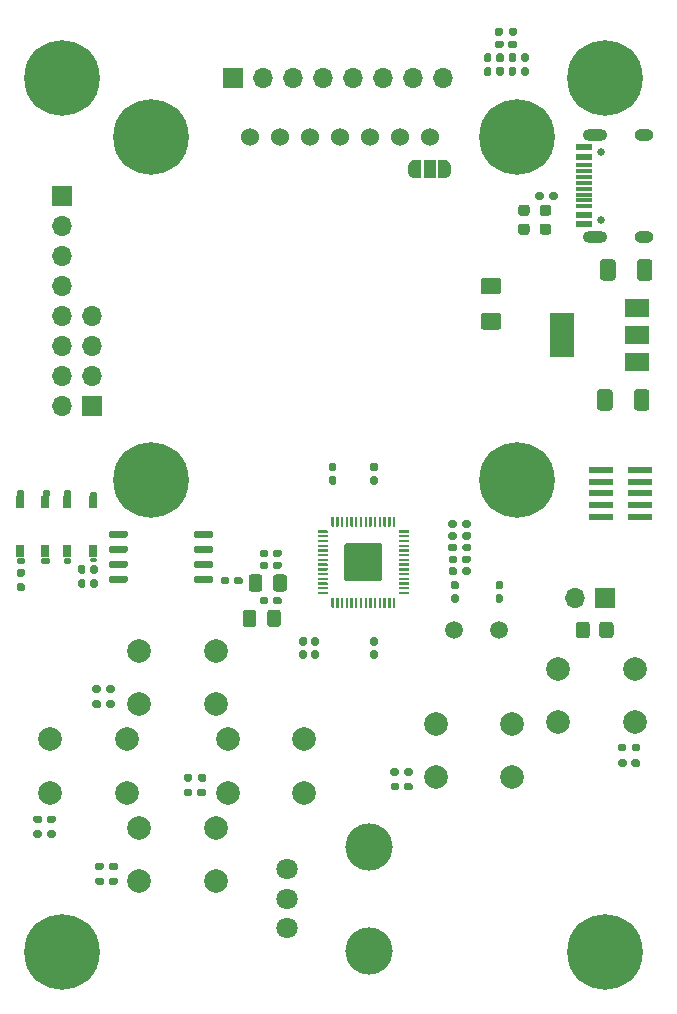
<source format=gbs>
G04 #@! TF.GenerationSoftware,KiCad,Pcbnew,5.1.9+dfsg1-1*
G04 #@! TF.CreationDate,2022-06-11T21:35:15-07:00*
G04 #@! TF.ProjectId,keygame,6b657967-616d-4652-9e6b-696361645f70,rev?*
G04 #@! TF.SameCoordinates,Original*
G04 #@! TF.FileFunction,Soldermask,Bot*
G04 #@! TF.FilePolarity,Negative*
%FSLAX46Y46*%
G04 Gerber Fmt 4.6, Leading zero omitted, Abs format (unit mm)*
G04 Created by KiCad (PCBNEW 5.1.9+dfsg1-1) date 2022-06-11 21:35:15*
%MOMM*%
%LPD*%
G01*
G04 APERTURE LIST*
%ADD10R,0.650000X1.050000*%
%ADD11C,0.800000*%
%ADD12C,6.400000*%
%ADD13R,1.700000X1.700000*%
%ADD14O,1.700000X1.700000*%
%ADD15C,2.000000*%
%ADD16C,1.524000*%
%ADD17C,1.800000*%
%ADD18C,4.000000*%
%ADD19R,2.000000X0.500000*%
%ADD20C,0.100000*%
%ADD21R,1.000000X1.500000*%
%ADD22R,2.000000X3.800000*%
%ADD23R,2.000000X1.500000*%
%ADD24C,1.500000*%
%ADD25O,1.600000X1.000000*%
%ADD26C,0.650000*%
%ADD27O,2.100000X1.000000*%
%ADD28R,1.450000X0.300000*%
%ADD29R,1.450000X0.600000*%
%ADD30C,0.254000*%
G04 APERTURE END LIST*
D10*
X138425000Y-56925000D03*
X138425000Y-61075000D03*
X140575000Y-56925000D03*
X140575000Y-61075000D03*
X134425000Y-56925000D03*
X134425000Y-61075000D03*
X136575000Y-56925000D03*
X136575000Y-61075000D03*
D11*
X139697056Y-19302944D03*
X138000000Y-18600000D03*
X136302944Y-19302944D03*
X135600000Y-21000000D03*
X136302944Y-22697056D03*
X138000000Y-23400000D03*
X139697056Y-22697056D03*
X140400000Y-21000000D03*
D12*
X138000000Y-21000000D03*
X184000000Y-21000000D03*
D11*
X186400000Y-21000000D03*
X185697056Y-22697056D03*
X184000000Y-23400000D03*
X182302944Y-22697056D03*
X181600000Y-21000000D03*
X182302944Y-19302944D03*
X184000000Y-18600000D03*
X185697056Y-19302944D03*
X139697056Y-93302944D03*
X138000000Y-92600000D03*
X136302944Y-93302944D03*
X135600000Y-95000000D03*
X136302944Y-96697056D03*
X138000000Y-97400000D03*
X139697056Y-96697056D03*
X140400000Y-95000000D03*
D12*
X138000000Y-95000000D03*
X184000000Y-95000000D03*
D11*
X186400000Y-95000000D03*
X185697056Y-96697056D03*
X184000000Y-97400000D03*
X182302944Y-96697056D03*
X181600000Y-95000000D03*
X182302944Y-93302944D03*
X184000000Y-92600000D03*
X185697056Y-93302944D03*
D12*
X176500000Y-26000000D03*
D11*
X178900000Y-26000000D03*
X178197056Y-27697056D03*
X176500000Y-28400000D03*
X174802944Y-27697056D03*
X174100000Y-26000000D03*
X174802944Y-24302944D03*
X176500000Y-23600000D03*
X178197056Y-24302944D03*
X147197056Y-53302944D03*
X145500000Y-52600000D03*
X143802944Y-53302944D03*
X143100000Y-55000000D03*
X143802944Y-56697056D03*
X145500000Y-57400000D03*
X147197056Y-56697056D03*
X147900000Y-55000000D03*
D12*
X145500000Y-55000000D03*
X176500000Y-55000000D03*
D11*
X178900000Y-55000000D03*
X178197056Y-56697056D03*
X176500000Y-57400000D03*
X174802944Y-56697056D03*
X174100000Y-55000000D03*
X174802944Y-53302944D03*
X176500000Y-52600000D03*
X178197056Y-53302944D03*
D13*
X184000000Y-65000000D03*
D14*
X181460000Y-65000000D03*
D15*
X152000000Y-81500000D03*
X152000000Y-77000000D03*
X158500000Y-81500000D03*
X158500000Y-77000000D03*
X143500000Y-77000000D03*
X143500000Y-81500000D03*
X137000000Y-77000000D03*
X137000000Y-81500000D03*
X169625001Y-80175001D03*
X169625001Y-75675001D03*
X176125001Y-80175001D03*
X176125001Y-75675001D03*
X186500000Y-71000000D03*
X186500000Y-75500000D03*
X180000000Y-71000000D03*
X180000000Y-75500000D03*
X151000000Y-84500000D03*
X151000000Y-89000000D03*
X144500000Y-84500000D03*
X144500000Y-89000000D03*
X144500000Y-74000000D03*
X144500000Y-69500000D03*
X151000000Y-74000000D03*
X151000000Y-69500000D03*
D16*
X161500000Y-26000000D03*
X158960000Y-26000000D03*
X164040000Y-26000000D03*
X156420000Y-26000000D03*
X166580000Y-26000000D03*
X153880000Y-26000000D03*
X169120000Y-26000000D03*
D13*
X152500000Y-21000000D03*
D14*
X155040000Y-21000000D03*
X157580000Y-21000000D03*
X160120000Y-21000000D03*
X162660000Y-21000000D03*
X165200000Y-21000000D03*
X167740000Y-21000000D03*
X170280000Y-21000000D03*
D17*
X157000000Y-88000000D03*
X157000000Y-90500000D03*
X157000000Y-93000000D03*
D18*
X164000000Y-86100000D03*
X164000000Y-94900000D03*
D12*
X145500000Y-26000000D03*
D11*
X147900000Y-26000000D03*
X147197056Y-27697056D03*
X145500000Y-28400000D03*
X143802944Y-27697056D03*
X143100000Y-26000000D03*
X143802944Y-24302944D03*
X145500000Y-23600000D03*
X147197056Y-24302944D03*
D13*
X138000000Y-31000000D03*
D14*
X138000000Y-33540000D03*
X138000000Y-36080000D03*
X138000000Y-38620000D03*
X138000000Y-41160000D03*
X138000000Y-43700000D03*
X138000000Y-46240000D03*
X138000000Y-48780000D03*
G36*
G01*
X142685000Y-88845000D02*
X142685000Y-89155000D01*
G75*
G02*
X142530000Y-89310000I-155000J0D01*
G01*
X142105000Y-89310000D01*
G75*
G02*
X141950000Y-89155000I0J155000D01*
G01*
X141950000Y-88845000D01*
G75*
G02*
X142105000Y-88690000I155000J0D01*
G01*
X142530000Y-88690000D01*
G75*
G02*
X142685000Y-88845000I0J-155000D01*
G01*
G37*
G36*
G01*
X141550000Y-88845000D02*
X141550000Y-89155000D01*
G75*
G02*
X141395000Y-89310000I-155000J0D01*
G01*
X140970000Y-89310000D01*
G75*
G02*
X140815000Y-89155000I0J155000D01*
G01*
X140815000Y-88845000D01*
G75*
G02*
X140970000Y-88690000I155000J0D01*
G01*
X141395000Y-88690000D01*
G75*
G02*
X141550000Y-88845000I0J-155000D01*
G01*
G37*
G36*
G01*
X136700000Y-83905000D02*
X136700000Y-83595000D01*
G75*
G02*
X136855000Y-83440000I155000J0D01*
G01*
X137280000Y-83440000D01*
G75*
G02*
X137435000Y-83595000I0J-155000D01*
G01*
X137435000Y-83905000D01*
G75*
G02*
X137280000Y-84060000I-155000J0D01*
G01*
X136855000Y-84060000D01*
G75*
G02*
X136700000Y-83905000I0J155000D01*
G01*
G37*
G36*
G01*
X135565000Y-83905000D02*
X135565000Y-83595000D01*
G75*
G02*
X135720000Y-83440000I155000J0D01*
G01*
X136145000Y-83440000D01*
G75*
G02*
X136300000Y-83595000I0J-155000D01*
G01*
X136300000Y-83905000D01*
G75*
G02*
X136145000Y-84060000I-155000J0D01*
G01*
X135720000Y-84060000D01*
G75*
G02*
X135565000Y-83905000I0J155000D01*
G01*
G37*
G36*
G01*
X150160000Y-81345000D02*
X150160000Y-81655000D01*
G75*
G02*
X150005000Y-81810000I-155000J0D01*
G01*
X149580000Y-81810000D01*
G75*
G02*
X149425000Y-81655000I0J155000D01*
G01*
X149425000Y-81345000D01*
G75*
G02*
X149580000Y-81190000I155000J0D01*
G01*
X150005000Y-81190000D01*
G75*
G02*
X150160000Y-81345000I0J-155000D01*
G01*
G37*
G36*
G01*
X149025000Y-81345000D02*
X149025000Y-81655000D01*
G75*
G02*
X148870000Y-81810000I-155000J0D01*
G01*
X148445000Y-81810000D01*
G75*
G02*
X148290000Y-81655000I0J155000D01*
G01*
X148290000Y-81345000D01*
G75*
G02*
X148445000Y-81190000I155000J0D01*
G01*
X148870000Y-81190000D01*
G75*
G02*
X149025000Y-81345000I0J-155000D01*
G01*
G37*
G36*
G01*
X142435000Y-73845000D02*
X142435000Y-74155000D01*
G75*
G02*
X142280000Y-74310000I-155000J0D01*
G01*
X141855000Y-74310000D01*
G75*
G02*
X141700000Y-74155000I0J155000D01*
G01*
X141700000Y-73845000D01*
G75*
G02*
X141855000Y-73690000I155000J0D01*
G01*
X142280000Y-73690000D01*
G75*
G02*
X142435000Y-73845000I0J-155000D01*
G01*
G37*
G36*
G01*
X141300000Y-73845000D02*
X141300000Y-74155000D01*
G75*
G02*
X141145000Y-74310000I-155000J0D01*
G01*
X140720000Y-74310000D01*
G75*
G02*
X140565000Y-74155000I0J155000D01*
G01*
X140565000Y-73845000D01*
G75*
G02*
X140720000Y-73690000I155000J0D01*
G01*
X141145000Y-73690000D01*
G75*
G02*
X141300000Y-73845000I0J-155000D01*
G01*
G37*
G36*
G01*
X185800000Y-78845000D02*
X185800000Y-79155000D01*
G75*
G02*
X185645000Y-79310000I-155000J0D01*
G01*
X185220000Y-79310000D01*
G75*
G02*
X185065000Y-79155000I0J155000D01*
G01*
X185065000Y-78845000D01*
G75*
G02*
X185220000Y-78690000I155000J0D01*
G01*
X185645000Y-78690000D01*
G75*
G02*
X185800000Y-78845000I0J-155000D01*
G01*
G37*
G36*
G01*
X186935000Y-78845000D02*
X186935000Y-79155000D01*
G75*
G02*
X186780000Y-79310000I-155000J0D01*
G01*
X186355000Y-79310000D01*
G75*
G02*
X186200000Y-79155000I0J155000D01*
G01*
X186200000Y-78845000D01*
G75*
G02*
X186355000Y-78690000I155000J0D01*
G01*
X186780000Y-78690000D01*
G75*
G02*
X186935000Y-78845000I0J-155000D01*
G01*
G37*
G36*
G01*
X167685000Y-80845000D02*
X167685000Y-81155000D01*
G75*
G02*
X167530000Y-81310000I-155000J0D01*
G01*
X167105000Y-81310000D01*
G75*
G02*
X166950000Y-81155000I0J155000D01*
G01*
X166950000Y-80845000D01*
G75*
G02*
X167105000Y-80690000I155000J0D01*
G01*
X167530000Y-80690000D01*
G75*
G02*
X167685000Y-80845000I0J-155000D01*
G01*
G37*
G36*
G01*
X166550000Y-80845000D02*
X166550000Y-81155000D01*
G75*
G02*
X166395000Y-81310000I-155000J0D01*
G01*
X165970000Y-81310000D01*
G75*
G02*
X165815000Y-81155000I0J155000D01*
G01*
X165815000Y-80845000D01*
G75*
G02*
X165970000Y-80690000I155000J0D01*
G01*
X166395000Y-80690000D01*
G75*
G02*
X166550000Y-80845000I0J-155000D01*
G01*
G37*
G36*
G01*
X155450000Y-61095000D02*
X155450000Y-61405000D01*
G75*
G02*
X155295000Y-61560000I-155000J0D01*
G01*
X154870000Y-61560000D01*
G75*
G02*
X154715000Y-61405000I0J155000D01*
G01*
X154715000Y-61095000D01*
G75*
G02*
X154870000Y-60940000I155000J0D01*
G01*
X155295000Y-60940000D01*
G75*
G02*
X155450000Y-61095000I0J-155000D01*
G01*
G37*
G36*
G01*
X156585000Y-61095000D02*
X156585000Y-61405000D01*
G75*
G02*
X156430000Y-61560000I-155000J0D01*
G01*
X156005000Y-61560000D01*
G75*
G02*
X155850000Y-61405000I0J155000D01*
G01*
X155850000Y-61095000D01*
G75*
G02*
X156005000Y-60940000I155000J0D01*
G01*
X156430000Y-60940000D01*
G75*
G02*
X156585000Y-61095000I0J-155000D01*
G01*
G37*
G36*
G01*
X170715000Y-62905000D02*
X170715000Y-62595000D01*
G75*
G02*
X170870000Y-62440000I155000J0D01*
G01*
X171295000Y-62440000D01*
G75*
G02*
X171450000Y-62595000I0J-155000D01*
G01*
X171450000Y-62905000D01*
G75*
G02*
X171295000Y-63060000I-155000J0D01*
G01*
X170870000Y-63060000D01*
G75*
G02*
X170715000Y-62905000I0J155000D01*
G01*
G37*
G36*
G01*
X171850000Y-62905000D02*
X171850000Y-62595000D01*
G75*
G02*
X172005000Y-62440000I155000J0D01*
G01*
X172430000Y-62440000D01*
G75*
G02*
X172585000Y-62595000I0J-155000D01*
G01*
X172585000Y-62905000D01*
G75*
G02*
X172430000Y-63060000I-155000J0D01*
G01*
X172005000Y-63060000D01*
G75*
G02*
X171850000Y-62905000I0J155000D01*
G01*
G37*
G36*
G01*
X157025000Y-63275000D02*
X157025000Y-64225000D01*
G75*
G02*
X156775000Y-64475000I-250000J0D01*
G01*
X156100000Y-64475000D01*
G75*
G02*
X155850000Y-64225000I0J250000D01*
G01*
X155850000Y-63275000D01*
G75*
G02*
X156100000Y-63025000I250000J0D01*
G01*
X156775000Y-63025000D01*
G75*
G02*
X157025000Y-63275000I0J-250000D01*
G01*
G37*
G36*
G01*
X154950000Y-63275000D02*
X154950000Y-64225000D01*
G75*
G02*
X154700000Y-64475000I-250000J0D01*
G01*
X154025000Y-64475000D01*
G75*
G02*
X153775000Y-64225000I0J250000D01*
G01*
X153775000Y-63275000D01*
G75*
G02*
X154025000Y-63025000I250000J0D01*
G01*
X154700000Y-63025000D01*
G75*
G02*
X154950000Y-63275000I0J-250000D01*
G01*
G37*
G36*
G01*
X154450000Y-66275000D02*
X154450000Y-67225000D01*
G75*
G02*
X154200000Y-67475000I-250000J0D01*
G01*
X153525000Y-67475000D01*
G75*
G02*
X153275000Y-67225000I0J250000D01*
G01*
X153275000Y-66275000D01*
G75*
G02*
X153525000Y-66025000I250000J0D01*
G01*
X154200000Y-66025000D01*
G75*
G02*
X154450000Y-66275000I0J-250000D01*
G01*
G37*
G36*
G01*
X156525000Y-66275000D02*
X156525000Y-67225000D01*
G75*
G02*
X156275000Y-67475000I-250000J0D01*
G01*
X155600000Y-67475000D01*
G75*
G02*
X155350000Y-67225000I0J250000D01*
G01*
X155350000Y-66275000D01*
G75*
G02*
X155600000Y-66025000I250000J0D01*
G01*
X156275000Y-66025000D01*
G75*
G02*
X156525000Y-66275000I0J-250000D01*
G01*
G37*
G36*
G01*
X156585000Y-62095000D02*
X156585000Y-62405000D01*
G75*
G02*
X156430000Y-62560000I-155000J0D01*
G01*
X156005000Y-62560000D01*
G75*
G02*
X155850000Y-62405000I0J155000D01*
G01*
X155850000Y-62095000D01*
G75*
G02*
X156005000Y-61940000I155000J0D01*
G01*
X156430000Y-61940000D01*
G75*
G02*
X156585000Y-62095000I0J-155000D01*
G01*
G37*
G36*
G01*
X155450000Y-62095000D02*
X155450000Y-62405000D01*
G75*
G02*
X155295000Y-62560000I-155000J0D01*
G01*
X154870000Y-62560000D01*
G75*
G02*
X154715000Y-62405000I0J155000D01*
G01*
X154715000Y-62095000D01*
G75*
G02*
X154870000Y-61940000I155000J0D01*
G01*
X155295000Y-61940000D01*
G75*
G02*
X155450000Y-62095000I0J-155000D01*
G01*
G37*
G36*
G01*
X171850000Y-61905000D02*
X171850000Y-61595000D01*
G75*
G02*
X172005000Y-61440000I155000J0D01*
G01*
X172430000Y-61440000D01*
G75*
G02*
X172585000Y-61595000I0J-155000D01*
G01*
X172585000Y-61905000D01*
G75*
G02*
X172430000Y-62060000I-155000J0D01*
G01*
X172005000Y-62060000D01*
G75*
G02*
X171850000Y-61905000I0J155000D01*
G01*
G37*
G36*
G01*
X170715000Y-61905000D02*
X170715000Y-61595000D01*
G75*
G02*
X170870000Y-61440000I155000J0D01*
G01*
X171295000Y-61440000D01*
G75*
G02*
X171450000Y-61595000I0J-155000D01*
G01*
X171450000Y-61905000D01*
G75*
G02*
X171295000Y-62060000I-155000J0D01*
G01*
X170870000Y-62060000D01*
G75*
G02*
X170715000Y-61905000I0J155000D01*
G01*
G37*
G36*
G01*
X164555000Y-55435000D02*
X164245000Y-55435000D01*
G75*
G02*
X164090000Y-55280000I0J155000D01*
G01*
X164090000Y-54855000D01*
G75*
G02*
X164245000Y-54700000I155000J0D01*
G01*
X164555000Y-54700000D01*
G75*
G02*
X164710000Y-54855000I0J-155000D01*
G01*
X164710000Y-55280000D01*
G75*
G02*
X164555000Y-55435000I-155000J0D01*
G01*
G37*
G36*
G01*
X164555000Y-54300000D02*
X164245000Y-54300000D01*
G75*
G02*
X164090000Y-54145000I0J155000D01*
G01*
X164090000Y-53720000D01*
G75*
G02*
X164245000Y-53565000I155000J0D01*
G01*
X164555000Y-53565000D01*
G75*
G02*
X164710000Y-53720000I0J-155000D01*
G01*
X164710000Y-54145000D01*
G75*
G02*
X164555000Y-54300000I-155000J0D01*
G01*
G37*
G36*
G01*
X161055000Y-54300000D02*
X160745000Y-54300000D01*
G75*
G02*
X160590000Y-54145000I0J155000D01*
G01*
X160590000Y-53720000D01*
G75*
G02*
X160745000Y-53565000I155000J0D01*
G01*
X161055000Y-53565000D01*
G75*
G02*
X161210000Y-53720000I0J-155000D01*
G01*
X161210000Y-54145000D01*
G75*
G02*
X161055000Y-54300000I-155000J0D01*
G01*
G37*
G36*
G01*
X161055000Y-55435000D02*
X160745000Y-55435000D01*
G75*
G02*
X160590000Y-55280000I0J155000D01*
G01*
X160590000Y-54855000D01*
G75*
G02*
X160745000Y-54700000I155000J0D01*
G01*
X161055000Y-54700000D01*
G75*
G02*
X161210000Y-54855000I0J-155000D01*
G01*
X161210000Y-55280000D01*
G75*
G02*
X161055000Y-55435000I-155000J0D01*
G01*
G37*
G36*
G01*
X159245000Y-69450000D02*
X159555000Y-69450000D01*
G75*
G02*
X159710000Y-69605000I0J-155000D01*
G01*
X159710000Y-70030000D01*
G75*
G02*
X159555000Y-70185000I-155000J0D01*
G01*
X159245000Y-70185000D01*
G75*
G02*
X159090000Y-70030000I0J155000D01*
G01*
X159090000Y-69605000D01*
G75*
G02*
X159245000Y-69450000I155000J0D01*
G01*
G37*
G36*
G01*
X159245000Y-68315000D02*
X159555000Y-68315000D01*
G75*
G02*
X159710000Y-68470000I0J-155000D01*
G01*
X159710000Y-68895000D01*
G75*
G02*
X159555000Y-69050000I-155000J0D01*
G01*
X159245000Y-69050000D01*
G75*
G02*
X159090000Y-68895000I0J155000D01*
G01*
X159090000Y-68470000D01*
G75*
G02*
X159245000Y-68315000I155000J0D01*
G01*
G37*
G36*
G01*
X158245000Y-68315000D02*
X158555000Y-68315000D01*
G75*
G02*
X158710000Y-68470000I0J-155000D01*
G01*
X158710000Y-68895000D01*
G75*
G02*
X158555000Y-69050000I-155000J0D01*
G01*
X158245000Y-69050000D01*
G75*
G02*
X158090000Y-68895000I0J155000D01*
G01*
X158090000Y-68470000D01*
G75*
G02*
X158245000Y-68315000I155000J0D01*
G01*
G37*
G36*
G01*
X158245000Y-69450000D02*
X158555000Y-69450000D01*
G75*
G02*
X158710000Y-69605000I0J-155000D01*
G01*
X158710000Y-70030000D01*
G75*
G02*
X158555000Y-70185000I-155000J0D01*
G01*
X158245000Y-70185000D01*
G75*
G02*
X158090000Y-70030000I0J155000D01*
G01*
X158090000Y-69605000D01*
G75*
G02*
X158245000Y-69450000I155000J0D01*
G01*
G37*
G36*
G01*
X155450000Y-65095000D02*
X155450000Y-65405000D01*
G75*
G02*
X155295000Y-65560000I-155000J0D01*
G01*
X154870000Y-65560000D01*
G75*
G02*
X154715000Y-65405000I0J155000D01*
G01*
X154715000Y-65095000D01*
G75*
G02*
X154870000Y-64940000I155000J0D01*
G01*
X155295000Y-64940000D01*
G75*
G02*
X155450000Y-65095000I0J-155000D01*
G01*
G37*
G36*
G01*
X156585000Y-65095000D02*
X156585000Y-65405000D01*
G75*
G02*
X156430000Y-65560000I-155000J0D01*
G01*
X156005000Y-65560000D01*
G75*
G02*
X155850000Y-65405000I0J155000D01*
G01*
X155850000Y-65095000D01*
G75*
G02*
X156005000Y-64940000I155000J0D01*
G01*
X156430000Y-64940000D01*
G75*
G02*
X156585000Y-65095000I0J-155000D01*
G01*
G37*
G36*
G01*
X164245000Y-68315000D02*
X164555000Y-68315000D01*
G75*
G02*
X164710000Y-68470000I0J-155000D01*
G01*
X164710000Y-68895000D01*
G75*
G02*
X164555000Y-69050000I-155000J0D01*
G01*
X164245000Y-69050000D01*
G75*
G02*
X164090000Y-68895000I0J155000D01*
G01*
X164090000Y-68470000D01*
G75*
G02*
X164245000Y-68315000I155000J0D01*
G01*
G37*
G36*
G01*
X164245000Y-69450000D02*
X164555000Y-69450000D01*
G75*
G02*
X164710000Y-69605000I0J-155000D01*
G01*
X164710000Y-70030000D01*
G75*
G02*
X164555000Y-70185000I-155000J0D01*
G01*
X164245000Y-70185000D01*
G75*
G02*
X164090000Y-70030000I0J155000D01*
G01*
X164090000Y-69605000D01*
G75*
G02*
X164245000Y-69450000I155000J0D01*
G01*
G37*
G36*
G01*
X152550000Y-63705000D02*
X152550000Y-63395000D01*
G75*
G02*
X152705000Y-63240000I155000J0D01*
G01*
X153130000Y-63240000D01*
G75*
G02*
X153285000Y-63395000I0J-155000D01*
G01*
X153285000Y-63705000D01*
G75*
G02*
X153130000Y-63860000I-155000J0D01*
G01*
X152705000Y-63860000D01*
G75*
G02*
X152550000Y-63705000I0J155000D01*
G01*
G37*
G36*
G01*
X151415000Y-63705000D02*
X151415000Y-63395000D01*
G75*
G02*
X151570000Y-63240000I155000J0D01*
G01*
X151995000Y-63240000D01*
G75*
G02*
X152150000Y-63395000I0J-155000D01*
G01*
X152150000Y-63705000D01*
G75*
G02*
X151995000Y-63860000I-155000J0D01*
G01*
X151570000Y-63860000D01*
G75*
G02*
X151415000Y-63705000I0J155000D01*
G01*
G37*
D13*
X140540000Y-48780000D03*
D14*
X140540000Y-46240000D03*
X140540000Y-43700000D03*
X140540000Y-41160000D03*
D19*
X183650000Y-58170000D03*
X186950000Y-58170000D03*
X183650000Y-57170000D03*
X186950000Y-57170000D03*
X183650000Y-56170000D03*
X186950000Y-56170000D03*
X183650000Y-55170000D03*
X186950000Y-55170000D03*
X183650000Y-54170000D03*
X186950000Y-54170000D03*
D20*
G36*
X170400000Y-27950602D02*
G01*
X170424534Y-27950602D01*
X170473365Y-27955412D01*
X170521490Y-27964984D01*
X170568445Y-27979228D01*
X170613778Y-27998005D01*
X170657051Y-28021136D01*
X170697850Y-28048396D01*
X170735779Y-28079524D01*
X170770476Y-28114221D01*
X170801604Y-28152150D01*
X170828864Y-28192949D01*
X170851995Y-28236222D01*
X170870772Y-28281555D01*
X170885016Y-28328510D01*
X170894588Y-28376635D01*
X170899398Y-28425466D01*
X170899398Y-28450000D01*
X170900000Y-28450000D01*
X170900000Y-28950000D01*
X170899398Y-28950000D01*
X170899398Y-28974534D01*
X170894588Y-29023365D01*
X170885016Y-29071490D01*
X170870772Y-29118445D01*
X170851995Y-29163778D01*
X170828864Y-29207051D01*
X170801604Y-29247850D01*
X170770476Y-29285779D01*
X170735779Y-29320476D01*
X170697850Y-29351604D01*
X170657051Y-29378864D01*
X170613778Y-29401995D01*
X170568445Y-29420772D01*
X170521490Y-29435016D01*
X170473365Y-29444588D01*
X170424534Y-29449398D01*
X170400000Y-29449398D01*
X170400000Y-29450000D01*
X169850000Y-29450000D01*
X169850000Y-27950000D01*
X170400000Y-27950000D01*
X170400000Y-27950602D01*
G37*
D21*
X169100000Y-28700000D03*
D20*
G36*
X168350000Y-29450000D02*
G01*
X167800000Y-29450000D01*
X167800000Y-29449398D01*
X167775466Y-29449398D01*
X167726635Y-29444588D01*
X167678510Y-29435016D01*
X167631555Y-29420772D01*
X167586222Y-29401995D01*
X167542949Y-29378864D01*
X167502150Y-29351604D01*
X167464221Y-29320476D01*
X167429524Y-29285779D01*
X167398396Y-29247850D01*
X167371136Y-29207051D01*
X167348005Y-29163778D01*
X167329228Y-29118445D01*
X167314984Y-29071490D01*
X167305412Y-29023365D01*
X167300602Y-28974534D01*
X167300602Y-28950000D01*
X167300000Y-28950000D01*
X167300000Y-28450000D01*
X167300602Y-28450000D01*
X167300602Y-28425466D01*
X167305412Y-28376635D01*
X167314984Y-28328510D01*
X167329228Y-28281555D01*
X167348005Y-28236222D01*
X167371136Y-28192949D01*
X167398396Y-28152150D01*
X167429524Y-28114221D01*
X167464221Y-28079524D01*
X167502150Y-28048396D01*
X167542949Y-28021136D01*
X167586222Y-27998005D01*
X167631555Y-27979228D01*
X167678510Y-27964984D01*
X167726635Y-27955412D01*
X167775466Y-27950602D01*
X167800000Y-27950602D01*
X167800000Y-27950000D01*
X168350000Y-27950000D01*
X168350000Y-29450000D01*
G37*
G36*
G01*
X181480000Y-68180001D02*
X181480000Y-67279999D01*
G75*
G02*
X181729999Y-67030000I249999J0D01*
G01*
X182430001Y-67030000D01*
G75*
G02*
X182680000Y-67279999I0J-249999D01*
G01*
X182680000Y-68180001D01*
G75*
G02*
X182430001Y-68430000I-249999J0D01*
G01*
X181729999Y-68430000D01*
G75*
G02*
X181480000Y-68180001I0J249999D01*
G01*
G37*
G36*
G01*
X183480000Y-68180001D02*
X183480000Y-67279999D01*
G75*
G02*
X183729999Y-67030000I249999J0D01*
G01*
X184430001Y-67030000D01*
G75*
G02*
X184680000Y-67279999I0J-249999D01*
G01*
X184680000Y-68180001D01*
G75*
G02*
X184430001Y-68430000I-249999J0D01*
G01*
X183729999Y-68430000D01*
G75*
G02*
X183480000Y-68180001I0J249999D01*
G01*
G37*
G36*
G01*
X142455000Y-72590000D02*
X142455000Y-72910000D01*
G75*
G02*
X142295000Y-73070000I-160000J0D01*
G01*
X141900000Y-73070000D01*
G75*
G02*
X141740000Y-72910000I0J160000D01*
G01*
X141740000Y-72590000D01*
G75*
G02*
X141900000Y-72430000I160000J0D01*
G01*
X142295000Y-72430000D01*
G75*
G02*
X142455000Y-72590000I0J-160000D01*
G01*
G37*
G36*
G01*
X141260000Y-72590000D02*
X141260000Y-72910000D01*
G75*
G02*
X141100000Y-73070000I-160000J0D01*
G01*
X140705000Y-73070000D01*
G75*
G02*
X140545000Y-72910000I0J160000D01*
G01*
X140545000Y-72590000D01*
G75*
G02*
X140705000Y-72430000I160000J0D01*
G01*
X141100000Y-72430000D01*
G75*
G02*
X141260000Y-72590000I0J-160000D01*
G01*
G37*
G36*
G01*
X142705000Y-87590000D02*
X142705000Y-87910000D01*
G75*
G02*
X142545000Y-88070000I-160000J0D01*
G01*
X142150000Y-88070000D01*
G75*
G02*
X141990000Y-87910000I0J160000D01*
G01*
X141990000Y-87590000D01*
G75*
G02*
X142150000Y-87430000I160000J0D01*
G01*
X142545000Y-87430000D01*
G75*
G02*
X142705000Y-87590000I0J-160000D01*
G01*
G37*
G36*
G01*
X141510000Y-87590000D02*
X141510000Y-87910000D01*
G75*
G02*
X141350000Y-88070000I-160000J0D01*
G01*
X140955000Y-88070000D01*
G75*
G02*
X140795000Y-87910000I0J160000D01*
G01*
X140795000Y-87590000D01*
G75*
G02*
X140955000Y-87430000I160000J0D01*
G01*
X141350000Y-87430000D01*
G75*
G02*
X141510000Y-87590000I0J-160000D01*
G01*
G37*
G36*
G01*
X135545000Y-85160000D02*
X135545000Y-84840000D01*
G75*
G02*
X135705000Y-84680000I160000J0D01*
G01*
X136100000Y-84680000D01*
G75*
G02*
X136260000Y-84840000I0J-160000D01*
G01*
X136260000Y-85160000D01*
G75*
G02*
X136100000Y-85320000I-160000J0D01*
G01*
X135705000Y-85320000D01*
G75*
G02*
X135545000Y-85160000I0J160000D01*
G01*
G37*
G36*
G01*
X136740000Y-85160000D02*
X136740000Y-84840000D01*
G75*
G02*
X136900000Y-84680000I160000J0D01*
G01*
X137295000Y-84680000D01*
G75*
G02*
X137455000Y-84840000I0J-160000D01*
G01*
X137455000Y-85160000D01*
G75*
G02*
X137295000Y-85320000I-160000J0D01*
G01*
X136900000Y-85320000D01*
G75*
G02*
X136740000Y-85160000I0J160000D01*
G01*
G37*
G36*
G01*
X150205000Y-80090000D02*
X150205000Y-80410000D01*
G75*
G02*
X150045000Y-80570000I-160000J0D01*
G01*
X149650000Y-80570000D01*
G75*
G02*
X149490000Y-80410000I0J160000D01*
G01*
X149490000Y-80090000D01*
G75*
G02*
X149650000Y-79930000I160000J0D01*
G01*
X150045000Y-79930000D01*
G75*
G02*
X150205000Y-80090000I0J-160000D01*
G01*
G37*
G36*
G01*
X149010000Y-80090000D02*
X149010000Y-80410000D01*
G75*
G02*
X148850000Y-80570000I-160000J0D01*
G01*
X148455000Y-80570000D01*
G75*
G02*
X148295000Y-80410000I0J160000D01*
G01*
X148295000Y-80090000D01*
G75*
G02*
X148455000Y-79930000I160000J0D01*
G01*
X148850000Y-79930000D01*
G75*
G02*
X149010000Y-80090000I0J-160000D01*
G01*
G37*
G36*
G01*
X185760000Y-77510000D02*
X185760000Y-77830000D01*
G75*
G02*
X185600000Y-77990000I-160000J0D01*
G01*
X185205000Y-77990000D01*
G75*
G02*
X185045000Y-77830000I0J160000D01*
G01*
X185045000Y-77510000D01*
G75*
G02*
X185205000Y-77350000I160000J0D01*
G01*
X185600000Y-77350000D01*
G75*
G02*
X185760000Y-77510000I0J-160000D01*
G01*
G37*
G36*
G01*
X186955000Y-77510000D02*
X186955000Y-77830000D01*
G75*
G02*
X186795000Y-77990000I-160000J0D01*
G01*
X186400000Y-77990000D01*
G75*
G02*
X186240000Y-77830000I0J160000D01*
G01*
X186240000Y-77510000D01*
G75*
G02*
X186400000Y-77350000I160000J0D01*
G01*
X186795000Y-77350000D01*
G75*
G02*
X186955000Y-77510000I0J-160000D01*
G01*
G37*
G36*
G01*
X167680000Y-79590000D02*
X167680000Y-79910000D01*
G75*
G02*
X167520000Y-80070000I-160000J0D01*
G01*
X167125000Y-80070000D01*
G75*
G02*
X166965000Y-79910000I0J160000D01*
G01*
X166965000Y-79590000D01*
G75*
G02*
X167125000Y-79430000I160000J0D01*
G01*
X167520000Y-79430000D01*
G75*
G02*
X167680000Y-79590000I0J-160000D01*
G01*
G37*
G36*
G01*
X166485000Y-79590000D02*
X166485000Y-79910000D01*
G75*
G02*
X166325000Y-80070000I-160000J0D01*
G01*
X165930000Y-80070000D01*
G75*
G02*
X165770000Y-79910000I0J160000D01*
G01*
X165770000Y-79590000D01*
G75*
G02*
X165930000Y-79430000I160000J0D01*
G01*
X166325000Y-79430000D01*
G75*
G02*
X166485000Y-79590000I0J-160000D01*
G01*
G37*
G36*
G01*
X134660000Y-64455000D02*
X134340000Y-64455000D01*
G75*
G02*
X134180000Y-64295000I0J160000D01*
G01*
X134180000Y-63900000D01*
G75*
G02*
X134340000Y-63740000I160000J0D01*
G01*
X134660000Y-63740000D01*
G75*
G02*
X134820000Y-63900000I0J-160000D01*
G01*
X134820000Y-64295000D01*
G75*
G02*
X134660000Y-64455000I-160000J0D01*
G01*
G37*
G36*
G01*
X134660000Y-63260000D02*
X134340000Y-63260000D01*
G75*
G02*
X134180000Y-63100000I0J160000D01*
G01*
X134180000Y-62705000D01*
G75*
G02*
X134340000Y-62545000I160000J0D01*
G01*
X134660000Y-62545000D01*
G75*
G02*
X134820000Y-62705000I0J-160000D01*
G01*
X134820000Y-63100000D01*
G75*
G02*
X134660000Y-63260000I-160000J0D01*
G01*
G37*
G36*
G01*
X140860000Y-62960000D02*
X140540000Y-62960000D01*
G75*
G02*
X140380000Y-62800000I0J160000D01*
G01*
X140380000Y-62405000D01*
G75*
G02*
X140540000Y-62245000I160000J0D01*
G01*
X140860000Y-62245000D01*
G75*
G02*
X141020000Y-62405000I0J-160000D01*
G01*
X141020000Y-62800000D01*
G75*
G02*
X140860000Y-62960000I-160000J0D01*
G01*
G37*
G36*
G01*
X140860000Y-64155000D02*
X140540000Y-64155000D01*
G75*
G02*
X140380000Y-63995000I0J160000D01*
G01*
X140380000Y-63600000D01*
G75*
G02*
X140540000Y-63440000I160000J0D01*
G01*
X140860000Y-63440000D01*
G75*
G02*
X141020000Y-63600000I0J-160000D01*
G01*
X141020000Y-63995000D01*
G75*
G02*
X140860000Y-64155000I-160000J0D01*
G01*
G37*
G36*
G01*
X171410000Y-60590000D02*
X171410000Y-60910000D01*
G75*
G02*
X171250000Y-61070000I-160000J0D01*
G01*
X170855000Y-61070000D01*
G75*
G02*
X170695000Y-60910000I0J160000D01*
G01*
X170695000Y-60590000D01*
G75*
G02*
X170855000Y-60430000I160000J0D01*
G01*
X171250000Y-60430000D01*
G75*
G02*
X171410000Y-60590000I0J-160000D01*
G01*
G37*
G36*
G01*
X172605000Y-60590000D02*
X172605000Y-60910000D01*
G75*
G02*
X172445000Y-61070000I-160000J0D01*
G01*
X172050000Y-61070000D01*
G75*
G02*
X171890000Y-60910000I0J160000D01*
G01*
X171890000Y-60590000D01*
G75*
G02*
X172050000Y-60430000I160000J0D01*
G01*
X172445000Y-60430000D01*
G75*
G02*
X172605000Y-60590000I0J-160000D01*
G01*
G37*
G36*
G01*
X171410000Y-58590000D02*
X171410000Y-58910000D01*
G75*
G02*
X171250000Y-59070000I-160000J0D01*
G01*
X170855000Y-59070000D01*
G75*
G02*
X170695000Y-58910000I0J160000D01*
G01*
X170695000Y-58590000D01*
G75*
G02*
X170855000Y-58430000I160000J0D01*
G01*
X171250000Y-58430000D01*
G75*
G02*
X171410000Y-58590000I0J-160000D01*
G01*
G37*
G36*
G01*
X172605000Y-58590000D02*
X172605000Y-58910000D01*
G75*
G02*
X172445000Y-59070000I-160000J0D01*
G01*
X172050000Y-59070000D01*
G75*
G02*
X171890000Y-58910000I0J160000D01*
G01*
X171890000Y-58590000D01*
G75*
G02*
X172050000Y-58430000I160000J0D01*
G01*
X172445000Y-58430000D01*
G75*
G02*
X172605000Y-58590000I0J-160000D01*
G01*
G37*
G36*
G01*
X171410000Y-59590000D02*
X171410000Y-59910000D01*
G75*
G02*
X171250000Y-60070000I-160000J0D01*
G01*
X170855000Y-60070000D01*
G75*
G02*
X170695000Y-59910000I0J160000D01*
G01*
X170695000Y-59590000D01*
G75*
G02*
X170855000Y-59430000I160000J0D01*
G01*
X171250000Y-59430000D01*
G75*
G02*
X171410000Y-59590000I0J-160000D01*
G01*
G37*
G36*
G01*
X172605000Y-59590000D02*
X172605000Y-59910000D01*
G75*
G02*
X172445000Y-60070000I-160000J0D01*
G01*
X172050000Y-60070000D01*
G75*
G02*
X171890000Y-59910000I0J160000D01*
G01*
X171890000Y-59590000D01*
G75*
G02*
X172050000Y-59430000I160000J0D01*
G01*
X172445000Y-59430000D01*
G75*
G02*
X172605000Y-59590000I0J-160000D01*
G01*
G37*
G36*
G01*
X179955000Y-30840000D02*
X179955000Y-31160000D01*
G75*
G02*
X179795000Y-31320000I-160000J0D01*
G01*
X179400000Y-31320000D01*
G75*
G02*
X179240000Y-31160000I0J160000D01*
G01*
X179240000Y-30840000D01*
G75*
G02*
X179400000Y-30680000I160000J0D01*
G01*
X179795000Y-30680000D01*
G75*
G02*
X179955000Y-30840000I0J-160000D01*
G01*
G37*
G36*
G01*
X178760000Y-30840000D02*
X178760000Y-31160000D01*
G75*
G02*
X178600000Y-31320000I-160000J0D01*
G01*
X178205000Y-31320000D01*
G75*
G02*
X178045000Y-31160000I0J160000D01*
G01*
X178045000Y-30840000D01*
G75*
G02*
X178205000Y-30680000I160000J0D01*
G01*
X178600000Y-30680000D01*
G75*
G02*
X178760000Y-30840000I0J-160000D01*
G01*
G37*
G36*
G01*
X139490000Y-63440000D02*
X139810000Y-63440000D01*
G75*
G02*
X139970000Y-63600000I0J-160000D01*
G01*
X139970000Y-63995000D01*
G75*
G02*
X139810000Y-64155000I-160000J0D01*
G01*
X139490000Y-64155000D01*
G75*
G02*
X139330000Y-63995000I0J160000D01*
G01*
X139330000Y-63600000D01*
G75*
G02*
X139490000Y-63440000I160000J0D01*
G01*
G37*
G36*
G01*
X139490000Y-62245000D02*
X139810000Y-62245000D01*
G75*
G02*
X139970000Y-62405000I0J-160000D01*
G01*
X139970000Y-62800000D01*
G75*
G02*
X139810000Y-62960000I-160000J0D01*
G01*
X139490000Y-62960000D01*
G75*
G02*
X139330000Y-62800000I0J160000D01*
G01*
X139330000Y-62405000D01*
G75*
G02*
X139490000Y-62245000I160000J0D01*
G01*
G37*
G36*
G01*
X162044000Y-60400000D02*
X164956000Y-60400000D01*
G75*
G02*
X165100000Y-60544000I0J-144000D01*
G01*
X165100000Y-63456000D01*
G75*
G02*
X164956000Y-63600000I-144000J0D01*
G01*
X162044000Y-63600000D01*
G75*
G02*
X161900000Y-63456000I0J144000D01*
G01*
X161900000Y-60544000D01*
G75*
G02*
X162044000Y-60400000I144000J0D01*
G01*
G37*
G36*
G01*
X160850000Y-58125000D02*
X160950000Y-58125000D01*
G75*
G02*
X161000000Y-58175000I0J-50000D01*
G01*
X161000000Y-58950000D01*
G75*
G02*
X160950000Y-59000000I-50000J0D01*
G01*
X160850000Y-59000000D01*
G75*
G02*
X160800000Y-58950000I0J50000D01*
G01*
X160800000Y-58175000D01*
G75*
G02*
X160850000Y-58125000I50000J0D01*
G01*
G37*
G36*
G01*
X161250000Y-58125000D02*
X161350000Y-58125000D01*
G75*
G02*
X161400000Y-58175000I0J-50000D01*
G01*
X161400000Y-58950000D01*
G75*
G02*
X161350000Y-59000000I-50000J0D01*
G01*
X161250000Y-59000000D01*
G75*
G02*
X161200000Y-58950000I0J50000D01*
G01*
X161200000Y-58175000D01*
G75*
G02*
X161250000Y-58125000I50000J0D01*
G01*
G37*
G36*
G01*
X161650000Y-58125000D02*
X161750000Y-58125000D01*
G75*
G02*
X161800000Y-58175000I0J-50000D01*
G01*
X161800000Y-58950000D01*
G75*
G02*
X161750000Y-59000000I-50000J0D01*
G01*
X161650000Y-59000000D01*
G75*
G02*
X161600000Y-58950000I0J50000D01*
G01*
X161600000Y-58175000D01*
G75*
G02*
X161650000Y-58125000I50000J0D01*
G01*
G37*
G36*
G01*
X162050000Y-58125000D02*
X162150000Y-58125000D01*
G75*
G02*
X162200000Y-58175000I0J-50000D01*
G01*
X162200000Y-58950000D01*
G75*
G02*
X162150000Y-59000000I-50000J0D01*
G01*
X162050000Y-59000000D01*
G75*
G02*
X162000000Y-58950000I0J50000D01*
G01*
X162000000Y-58175000D01*
G75*
G02*
X162050000Y-58125000I50000J0D01*
G01*
G37*
G36*
G01*
X162450000Y-58125000D02*
X162550000Y-58125000D01*
G75*
G02*
X162600000Y-58175000I0J-50000D01*
G01*
X162600000Y-58950000D01*
G75*
G02*
X162550000Y-59000000I-50000J0D01*
G01*
X162450000Y-59000000D01*
G75*
G02*
X162400000Y-58950000I0J50000D01*
G01*
X162400000Y-58175000D01*
G75*
G02*
X162450000Y-58125000I50000J0D01*
G01*
G37*
G36*
G01*
X162850000Y-58125000D02*
X162950000Y-58125000D01*
G75*
G02*
X163000000Y-58175000I0J-50000D01*
G01*
X163000000Y-58950000D01*
G75*
G02*
X162950000Y-59000000I-50000J0D01*
G01*
X162850000Y-59000000D01*
G75*
G02*
X162800000Y-58950000I0J50000D01*
G01*
X162800000Y-58175000D01*
G75*
G02*
X162850000Y-58125000I50000J0D01*
G01*
G37*
G36*
G01*
X163250000Y-58125000D02*
X163350000Y-58125000D01*
G75*
G02*
X163400000Y-58175000I0J-50000D01*
G01*
X163400000Y-58950000D01*
G75*
G02*
X163350000Y-59000000I-50000J0D01*
G01*
X163250000Y-59000000D01*
G75*
G02*
X163200000Y-58950000I0J50000D01*
G01*
X163200000Y-58175000D01*
G75*
G02*
X163250000Y-58125000I50000J0D01*
G01*
G37*
G36*
G01*
X163650000Y-58125000D02*
X163750000Y-58125000D01*
G75*
G02*
X163800000Y-58175000I0J-50000D01*
G01*
X163800000Y-58950000D01*
G75*
G02*
X163750000Y-59000000I-50000J0D01*
G01*
X163650000Y-59000000D01*
G75*
G02*
X163600000Y-58950000I0J50000D01*
G01*
X163600000Y-58175000D01*
G75*
G02*
X163650000Y-58125000I50000J0D01*
G01*
G37*
G36*
G01*
X164050000Y-58125000D02*
X164150000Y-58125000D01*
G75*
G02*
X164200000Y-58175000I0J-50000D01*
G01*
X164200000Y-58950000D01*
G75*
G02*
X164150000Y-59000000I-50000J0D01*
G01*
X164050000Y-59000000D01*
G75*
G02*
X164000000Y-58950000I0J50000D01*
G01*
X164000000Y-58175000D01*
G75*
G02*
X164050000Y-58125000I50000J0D01*
G01*
G37*
G36*
G01*
X164450000Y-58125000D02*
X164550000Y-58125000D01*
G75*
G02*
X164600000Y-58175000I0J-50000D01*
G01*
X164600000Y-58950000D01*
G75*
G02*
X164550000Y-59000000I-50000J0D01*
G01*
X164450000Y-59000000D01*
G75*
G02*
X164400000Y-58950000I0J50000D01*
G01*
X164400000Y-58175000D01*
G75*
G02*
X164450000Y-58125000I50000J0D01*
G01*
G37*
G36*
G01*
X164850000Y-58125000D02*
X164950000Y-58125000D01*
G75*
G02*
X165000000Y-58175000I0J-50000D01*
G01*
X165000000Y-58950000D01*
G75*
G02*
X164950000Y-59000000I-50000J0D01*
G01*
X164850000Y-59000000D01*
G75*
G02*
X164800000Y-58950000I0J50000D01*
G01*
X164800000Y-58175000D01*
G75*
G02*
X164850000Y-58125000I50000J0D01*
G01*
G37*
G36*
G01*
X165250000Y-58125000D02*
X165350000Y-58125000D01*
G75*
G02*
X165400000Y-58175000I0J-50000D01*
G01*
X165400000Y-58950000D01*
G75*
G02*
X165350000Y-59000000I-50000J0D01*
G01*
X165250000Y-59000000D01*
G75*
G02*
X165200000Y-58950000I0J50000D01*
G01*
X165200000Y-58175000D01*
G75*
G02*
X165250000Y-58125000I50000J0D01*
G01*
G37*
G36*
G01*
X165650000Y-58125000D02*
X165750000Y-58125000D01*
G75*
G02*
X165800000Y-58175000I0J-50000D01*
G01*
X165800000Y-58950000D01*
G75*
G02*
X165750000Y-59000000I-50000J0D01*
G01*
X165650000Y-59000000D01*
G75*
G02*
X165600000Y-58950000I0J50000D01*
G01*
X165600000Y-58175000D01*
G75*
G02*
X165650000Y-58125000I50000J0D01*
G01*
G37*
G36*
G01*
X166050000Y-58125000D02*
X166150000Y-58125000D01*
G75*
G02*
X166200000Y-58175000I0J-50000D01*
G01*
X166200000Y-58950000D01*
G75*
G02*
X166150000Y-59000000I-50000J0D01*
G01*
X166050000Y-59000000D01*
G75*
G02*
X166000000Y-58950000I0J50000D01*
G01*
X166000000Y-58175000D01*
G75*
G02*
X166050000Y-58125000I50000J0D01*
G01*
G37*
G36*
G01*
X166550000Y-59300000D02*
X167325000Y-59300000D01*
G75*
G02*
X167375000Y-59350000I0J-50000D01*
G01*
X167375000Y-59450000D01*
G75*
G02*
X167325000Y-59500000I-50000J0D01*
G01*
X166550000Y-59500000D01*
G75*
G02*
X166500000Y-59450000I0J50000D01*
G01*
X166500000Y-59350000D01*
G75*
G02*
X166550000Y-59300000I50000J0D01*
G01*
G37*
G36*
G01*
X166550000Y-59700000D02*
X167325000Y-59700000D01*
G75*
G02*
X167375000Y-59750000I0J-50000D01*
G01*
X167375000Y-59850000D01*
G75*
G02*
X167325000Y-59900000I-50000J0D01*
G01*
X166550000Y-59900000D01*
G75*
G02*
X166500000Y-59850000I0J50000D01*
G01*
X166500000Y-59750000D01*
G75*
G02*
X166550000Y-59700000I50000J0D01*
G01*
G37*
G36*
G01*
X166550000Y-60100000D02*
X167325000Y-60100000D01*
G75*
G02*
X167375000Y-60150000I0J-50000D01*
G01*
X167375000Y-60250000D01*
G75*
G02*
X167325000Y-60300000I-50000J0D01*
G01*
X166550000Y-60300000D01*
G75*
G02*
X166500000Y-60250000I0J50000D01*
G01*
X166500000Y-60150000D01*
G75*
G02*
X166550000Y-60100000I50000J0D01*
G01*
G37*
G36*
G01*
X166550000Y-60500000D02*
X167325000Y-60500000D01*
G75*
G02*
X167375000Y-60550000I0J-50000D01*
G01*
X167375000Y-60650000D01*
G75*
G02*
X167325000Y-60700000I-50000J0D01*
G01*
X166550000Y-60700000D01*
G75*
G02*
X166500000Y-60650000I0J50000D01*
G01*
X166500000Y-60550000D01*
G75*
G02*
X166550000Y-60500000I50000J0D01*
G01*
G37*
G36*
G01*
X166550000Y-60900000D02*
X167325000Y-60900000D01*
G75*
G02*
X167375000Y-60950000I0J-50000D01*
G01*
X167375000Y-61050000D01*
G75*
G02*
X167325000Y-61100000I-50000J0D01*
G01*
X166550000Y-61100000D01*
G75*
G02*
X166500000Y-61050000I0J50000D01*
G01*
X166500000Y-60950000D01*
G75*
G02*
X166550000Y-60900000I50000J0D01*
G01*
G37*
G36*
G01*
X166550000Y-61300000D02*
X167325000Y-61300000D01*
G75*
G02*
X167375000Y-61350000I0J-50000D01*
G01*
X167375000Y-61450000D01*
G75*
G02*
X167325000Y-61500000I-50000J0D01*
G01*
X166550000Y-61500000D01*
G75*
G02*
X166500000Y-61450000I0J50000D01*
G01*
X166500000Y-61350000D01*
G75*
G02*
X166550000Y-61300000I50000J0D01*
G01*
G37*
G36*
G01*
X166550000Y-61700000D02*
X167325000Y-61700000D01*
G75*
G02*
X167375000Y-61750000I0J-50000D01*
G01*
X167375000Y-61850000D01*
G75*
G02*
X167325000Y-61900000I-50000J0D01*
G01*
X166550000Y-61900000D01*
G75*
G02*
X166500000Y-61850000I0J50000D01*
G01*
X166500000Y-61750000D01*
G75*
G02*
X166550000Y-61700000I50000J0D01*
G01*
G37*
G36*
G01*
X166550000Y-62100000D02*
X167325000Y-62100000D01*
G75*
G02*
X167375000Y-62150000I0J-50000D01*
G01*
X167375000Y-62250000D01*
G75*
G02*
X167325000Y-62300000I-50000J0D01*
G01*
X166550000Y-62300000D01*
G75*
G02*
X166500000Y-62250000I0J50000D01*
G01*
X166500000Y-62150000D01*
G75*
G02*
X166550000Y-62100000I50000J0D01*
G01*
G37*
G36*
G01*
X166550000Y-62500000D02*
X167325000Y-62500000D01*
G75*
G02*
X167375000Y-62550000I0J-50000D01*
G01*
X167375000Y-62650000D01*
G75*
G02*
X167325000Y-62700000I-50000J0D01*
G01*
X166550000Y-62700000D01*
G75*
G02*
X166500000Y-62650000I0J50000D01*
G01*
X166500000Y-62550000D01*
G75*
G02*
X166550000Y-62500000I50000J0D01*
G01*
G37*
G36*
G01*
X166550000Y-62900000D02*
X167325000Y-62900000D01*
G75*
G02*
X167375000Y-62950000I0J-50000D01*
G01*
X167375000Y-63050000D01*
G75*
G02*
X167325000Y-63100000I-50000J0D01*
G01*
X166550000Y-63100000D01*
G75*
G02*
X166500000Y-63050000I0J50000D01*
G01*
X166500000Y-62950000D01*
G75*
G02*
X166550000Y-62900000I50000J0D01*
G01*
G37*
G36*
G01*
X166550000Y-63300000D02*
X167325000Y-63300000D01*
G75*
G02*
X167375000Y-63350000I0J-50000D01*
G01*
X167375000Y-63450000D01*
G75*
G02*
X167325000Y-63500000I-50000J0D01*
G01*
X166550000Y-63500000D01*
G75*
G02*
X166500000Y-63450000I0J50000D01*
G01*
X166500000Y-63350000D01*
G75*
G02*
X166550000Y-63300000I50000J0D01*
G01*
G37*
G36*
G01*
X166550000Y-63700000D02*
X167325000Y-63700000D01*
G75*
G02*
X167375000Y-63750000I0J-50000D01*
G01*
X167375000Y-63850000D01*
G75*
G02*
X167325000Y-63900000I-50000J0D01*
G01*
X166550000Y-63900000D01*
G75*
G02*
X166500000Y-63850000I0J50000D01*
G01*
X166500000Y-63750000D01*
G75*
G02*
X166550000Y-63700000I50000J0D01*
G01*
G37*
G36*
G01*
X166550000Y-64100000D02*
X167325000Y-64100000D01*
G75*
G02*
X167375000Y-64150000I0J-50000D01*
G01*
X167375000Y-64250000D01*
G75*
G02*
X167325000Y-64300000I-50000J0D01*
G01*
X166550000Y-64300000D01*
G75*
G02*
X166500000Y-64250000I0J50000D01*
G01*
X166500000Y-64150000D01*
G75*
G02*
X166550000Y-64100000I50000J0D01*
G01*
G37*
G36*
G01*
X166550000Y-64500000D02*
X167325000Y-64500000D01*
G75*
G02*
X167375000Y-64550000I0J-50000D01*
G01*
X167375000Y-64650000D01*
G75*
G02*
X167325000Y-64700000I-50000J0D01*
G01*
X166550000Y-64700000D01*
G75*
G02*
X166500000Y-64650000I0J50000D01*
G01*
X166500000Y-64550000D01*
G75*
G02*
X166550000Y-64500000I50000J0D01*
G01*
G37*
G36*
G01*
X166050000Y-65000000D02*
X166150000Y-65000000D01*
G75*
G02*
X166200000Y-65050000I0J-50000D01*
G01*
X166200000Y-65825000D01*
G75*
G02*
X166150000Y-65875000I-50000J0D01*
G01*
X166050000Y-65875000D01*
G75*
G02*
X166000000Y-65825000I0J50000D01*
G01*
X166000000Y-65050000D01*
G75*
G02*
X166050000Y-65000000I50000J0D01*
G01*
G37*
G36*
G01*
X165650000Y-65000000D02*
X165750000Y-65000000D01*
G75*
G02*
X165800000Y-65050000I0J-50000D01*
G01*
X165800000Y-65825000D01*
G75*
G02*
X165750000Y-65875000I-50000J0D01*
G01*
X165650000Y-65875000D01*
G75*
G02*
X165600000Y-65825000I0J50000D01*
G01*
X165600000Y-65050000D01*
G75*
G02*
X165650000Y-65000000I50000J0D01*
G01*
G37*
G36*
G01*
X165250000Y-65000000D02*
X165350000Y-65000000D01*
G75*
G02*
X165400000Y-65050000I0J-50000D01*
G01*
X165400000Y-65825000D01*
G75*
G02*
X165350000Y-65875000I-50000J0D01*
G01*
X165250000Y-65875000D01*
G75*
G02*
X165200000Y-65825000I0J50000D01*
G01*
X165200000Y-65050000D01*
G75*
G02*
X165250000Y-65000000I50000J0D01*
G01*
G37*
G36*
G01*
X164850000Y-65000000D02*
X164950000Y-65000000D01*
G75*
G02*
X165000000Y-65050000I0J-50000D01*
G01*
X165000000Y-65825000D01*
G75*
G02*
X164950000Y-65875000I-50000J0D01*
G01*
X164850000Y-65875000D01*
G75*
G02*
X164800000Y-65825000I0J50000D01*
G01*
X164800000Y-65050000D01*
G75*
G02*
X164850000Y-65000000I50000J0D01*
G01*
G37*
G36*
G01*
X164450000Y-65000000D02*
X164550000Y-65000000D01*
G75*
G02*
X164600000Y-65050000I0J-50000D01*
G01*
X164600000Y-65825000D01*
G75*
G02*
X164550000Y-65875000I-50000J0D01*
G01*
X164450000Y-65875000D01*
G75*
G02*
X164400000Y-65825000I0J50000D01*
G01*
X164400000Y-65050000D01*
G75*
G02*
X164450000Y-65000000I50000J0D01*
G01*
G37*
G36*
G01*
X164050000Y-65000000D02*
X164150000Y-65000000D01*
G75*
G02*
X164200000Y-65050000I0J-50000D01*
G01*
X164200000Y-65825000D01*
G75*
G02*
X164150000Y-65875000I-50000J0D01*
G01*
X164050000Y-65875000D01*
G75*
G02*
X164000000Y-65825000I0J50000D01*
G01*
X164000000Y-65050000D01*
G75*
G02*
X164050000Y-65000000I50000J0D01*
G01*
G37*
G36*
G01*
X163650000Y-65000000D02*
X163750000Y-65000000D01*
G75*
G02*
X163800000Y-65050000I0J-50000D01*
G01*
X163800000Y-65825000D01*
G75*
G02*
X163750000Y-65875000I-50000J0D01*
G01*
X163650000Y-65875000D01*
G75*
G02*
X163600000Y-65825000I0J50000D01*
G01*
X163600000Y-65050000D01*
G75*
G02*
X163650000Y-65000000I50000J0D01*
G01*
G37*
G36*
G01*
X163250000Y-65000000D02*
X163350000Y-65000000D01*
G75*
G02*
X163400000Y-65050000I0J-50000D01*
G01*
X163400000Y-65825000D01*
G75*
G02*
X163350000Y-65875000I-50000J0D01*
G01*
X163250000Y-65875000D01*
G75*
G02*
X163200000Y-65825000I0J50000D01*
G01*
X163200000Y-65050000D01*
G75*
G02*
X163250000Y-65000000I50000J0D01*
G01*
G37*
G36*
G01*
X162850000Y-65000000D02*
X162950000Y-65000000D01*
G75*
G02*
X163000000Y-65050000I0J-50000D01*
G01*
X163000000Y-65825000D01*
G75*
G02*
X162950000Y-65875000I-50000J0D01*
G01*
X162850000Y-65875000D01*
G75*
G02*
X162800000Y-65825000I0J50000D01*
G01*
X162800000Y-65050000D01*
G75*
G02*
X162850000Y-65000000I50000J0D01*
G01*
G37*
G36*
G01*
X162450000Y-65000000D02*
X162550000Y-65000000D01*
G75*
G02*
X162600000Y-65050000I0J-50000D01*
G01*
X162600000Y-65825000D01*
G75*
G02*
X162550000Y-65875000I-50000J0D01*
G01*
X162450000Y-65875000D01*
G75*
G02*
X162400000Y-65825000I0J50000D01*
G01*
X162400000Y-65050000D01*
G75*
G02*
X162450000Y-65000000I50000J0D01*
G01*
G37*
G36*
G01*
X162050000Y-65000000D02*
X162150000Y-65000000D01*
G75*
G02*
X162200000Y-65050000I0J-50000D01*
G01*
X162200000Y-65825000D01*
G75*
G02*
X162150000Y-65875000I-50000J0D01*
G01*
X162050000Y-65875000D01*
G75*
G02*
X162000000Y-65825000I0J50000D01*
G01*
X162000000Y-65050000D01*
G75*
G02*
X162050000Y-65000000I50000J0D01*
G01*
G37*
G36*
G01*
X161650000Y-65000000D02*
X161750000Y-65000000D01*
G75*
G02*
X161800000Y-65050000I0J-50000D01*
G01*
X161800000Y-65825000D01*
G75*
G02*
X161750000Y-65875000I-50000J0D01*
G01*
X161650000Y-65875000D01*
G75*
G02*
X161600000Y-65825000I0J50000D01*
G01*
X161600000Y-65050000D01*
G75*
G02*
X161650000Y-65000000I50000J0D01*
G01*
G37*
G36*
G01*
X161250000Y-65000000D02*
X161350000Y-65000000D01*
G75*
G02*
X161400000Y-65050000I0J-50000D01*
G01*
X161400000Y-65825000D01*
G75*
G02*
X161350000Y-65875000I-50000J0D01*
G01*
X161250000Y-65875000D01*
G75*
G02*
X161200000Y-65825000I0J50000D01*
G01*
X161200000Y-65050000D01*
G75*
G02*
X161250000Y-65000000I50000J0D01*
G01*
G37*
G36*
G01*
X160850000Y-65000000D02*
X160950000Y-65000000D01*
G75*
G02*
X161000000Y-65050000I0J-50000D01*
G01*
X161000000Y-65825000D01*
G75*
G02*
X160950000Y-65875000I-50000J0D01*
G01*
X160850000Y-65875000D01*
G75*
G02*
X160800000Y-65825000I0J50000D01*
G01*
X160800000Y-65050000D01*
G75*
G02*
X160850000Y-65000000I50000J0D01*
G01*
G37*
G36*
G01*
X159675000Y-64500000D02*
X160450000Y-64500000D01*
G75*
G02*
X160500000Y-64550000I0J-50000D01*
G01*
X160500000Y-64650000D01*
G75*
G02*
X160450000Y-64700000I-50000J0D01*
G01*
X159675000Y-64700000D01*
G75*
G02*
X159625000Y-64650000I0J50000D01*
G01*
X159625000Y-64550000D01*
G75*
G02*
X159675000Y-64500000I50000J0D01*
G01*
G37*
G36*
G01*
X159675000Y-64100000D02*
X160450000Y-64100000D01*
G75*
G02*
X160500000Y-64150000I0J-50000D01*
G01*
X160500000Y-64250000D01*
G75*
G02*
X160450000Y-64300000I-50000J0D01*
G01*
X159675000Y-64300000D01*
G75*
G02*
X159625000Y-64250000I0J50000D01*
G01*
X159625000Y-64150000D01*
G75*
G02*
X159675000Y-64100000I50000J0D01*
G01*
G37*
G36*
G01*
X159675000Y-63700000D02*
X160450000Y-63700000D01*
G75*
G02*
X160500000Y-63750000I0J-50000D01*
G01*
X160500000Y-63850000D01*
G75*
G02*
X160450000Y-63900000I-50000J0D01*
G01*
X159675000Y-63900000D01*
G75*
G02*
X159625000Y-63850000I0J50000D01*
G01*
X159625000Y-63750000D01*
G75*
G02*
X159675000Y-63700000I50000J0D01*
G01*
G37*
G36*
G01*
X159675000Y-63300000D02*
X160450000Y-63300000D01*
G75*
G02*
X160500000Y-63350000I0J-50000D01*
G01*
X160500000Y-63450000D01*
G75*
G02*
X160450000Y-63500000I-50000J0D01*
G01*
X159675000Y-63500000D01*
G75*
G02*
X159625000Y-63450000I0J50000D01*
G01*
X159625000Y-63350000D01*
G75*
G02*
X159675000Y-63300000I50000J0D01*
G01*
G37*
G36*
G01*
X159675000Y-62900000D02*
X160450000Y-62900000D01*
G75*
G02*
X160500000Y-62950000I0J-50000D01*
G01*
X160500000Y-63050000D01*
G75*
G02*
X160450000Y-63100000I-50000J0D01*
G01*
X159675000Y-63100000D01*
G75*
G02*
X159625000Y-63050000I0J50000D01*
G01*
X159625000Y-62950000D01*
G75*
G02*
X159675000Y-62900000I50000J0D01*
G01*
G37*
G36*
G01*
X159675000Y-62500000D02*
X160450000Y-62500000D01*
G75*
G02*
X160500000Y-62550000I0J-50000D01*
G01*
X160500000Y-62650000D01*
G75*
G02*
X160450000Y-62700000I-50000J0D01*
G01*
X159675000Y-62700000D01*
G75*
G02*
X159625000Y-62650000I0J50000D01*
G01*
X159625000Y-62550000D01*
G75*
G02*
X159675000Y-62500000I50000J0D01*
G01*
G37*
G36*
G01*
X159675000Y-62100000D02*
X160450000Y-62100000D01*
G75*
G02*
X160500000Y-62150000I0J-50000D01*
G01*
X160500000Y-62250000D01*
G75*
G02*
X160450000Y-62300000I-50000J0D01*
G01*
X159675000Y-62300000D01*
G75*
G02*
X159625000Y-62250000I0J50000D01*
G01*
X159625000Y-62150000D01*
G75*
G02*
X159675000Y-62100000I50000J0D01*
G01*
G37*
G36*
G01*
X159675000Y-61700000D02*
X160450000Y-61700000D01*
G75*
G02*
X160500000Y-61750000I0J-50000D01*
G01*
X160500000Y-61850000D01*
G75*
G02*
X160450000Y-61900000I-50000J0D01*
G01*
X159675000Y-61900000D01*
G75*
G02*
X159625000Y-61850000I0J50000D01*
G01*
X159625000Y-61750000D01*
G75*
G02*
X159675000Y-61700000I50000J0D01*
G01*
G37*
G36*
G01*
X159675000Y-61300000D02*
X160450000Y-61300000D01*
G75*
G02*
X160500000Y-61350000I0J-50000D01*
G01*
X160500000Y-61450000D01*
G75*
G02*
X160450000Y-61500000I-50000J0D01*
G01*
X159675000Y-61500000D01*
G75*
G02*
X159625000Y-61450000I0J50000D01*
G01*
X159625000Y-61350000D01*
G75*
G02*
X159675000Y-61300000I50000J0D01*
G01*
G37*
G36*
G01*
X159675000Y-60900000D02*
X160450000Y-60900000D01*
G75*
G02*
X160500000Y-60950000I0J-50000D01*
G01*
X160500000Y-61050000D01*
G75*
G02*
X160450000Y-61100000I-50000J0D01*
G01*
X159675000Y-61100000D01*
G75*
G02*
X159625000Y-61050000I0J50000D01*
G01*
X159625000Y-60950000D01*
G75*
G02*
X159675000Y-60900000I50000J0D01*
G01*
G37*
G36*
G01*
X159675000Y-60500000D02*
X160450000Y-60500000D01*
G75*
G02*
X160500000Y-60550000I0J-50000D01*
G01*
X160500000Y-60650000D01*
G75*
G02*
X160450000Y-60700000I-50000J0D01*
G01*
X159675000Y-60700000D01*
G75*
G02*
X159625000Y-60650000I0J50000D01*
G01*
X159625000Y-60550000D01*
G75*
G02*
X159675000Y-60500000I50000J0D01*
G01*
G37*
G36*
G01*
X159675000Y-60100000D02*
X160450000Y-60100000D01*
G75*
G02*
X160500000Y-60150000I0J-50000D01*
G01*
X160500000Y-60250000D01*
G75*
G02*
X160450000Y-60300000I-50000J0D01*
G01*
X159675000Y-60300000D01*
G75*
G02*
X159625000Y-60250000I0J50000D01*
G01*
X159625000Y-60150000D01*
G75*
G02*
X159675000Y-60100000I50000J0D01*
G01*
G37*
G36*
G01*
X159675000Y-59700000D02*
X160450000Y-59700000D01*
G75*
G02*
X160500000Y-59750000I0J-50000D01*
G01*
X160500000Y-59850000D01*
G75*
G02*
X160450000Y-59900000I-50000J0D01*
G01*
X159675000Y-59900000D01*
G75*
G02*
X159625000Y-59850000I0J50000D01*
G01*
X159625000Y-59750000D01*
G75*
G02*
X159675000Y-59700000I50000J0D01*
G01*
G37*
G36*
G01*
X159675000Y-59300000D02*
X160450000Y-59300000D01*
G75*
G02*
X160500000Y-59350000I0J-50000D01*
G01*
X160500000Y-59450000D01*
G75*
G02*
X160450000Y-59500000I-50000J0D01*
G01*
X159675000Y-59500000D01*
G75*
G02*
X159625000Y-59450000I0J50000D01*
G01*
X159625000Y-59350000D01*
G75*
G02*
X159675000Y-59300000I50000J0D01*
G01*
G37*
G36*
G01*
X141950000Y-63605000D02*
X141950000Y-63305000D01*
G75*
G02*
X142100000Y-63155000I150000J0D01*
G01*
X143400000Y-63155000D01*
G75*
G02*
X143550000Y-63305000I0J-150000D01*
G01*
X143550000Y-63605000D01*
G75*
G02*
X143400000Y-63755000I-150000J0D01*
G01*
X142100000Y-63755000D01*
G75*
G02*
X141950000Y-63605000I0J150000D01*
G01*
G37*
G36*
G01*
X141950000Y-62335000D02*
X141950000Y-62035000D01*
G75*
G02*
X142100000Y-61885000I150000J0D01*
G01*
X143400000Y-61885000D01*
G75*
G02*
X143550000Y-62035000I0J-150000D01*
G01*
X143550000Y-62335000D01*
G75*
G02*
X143400000Y-62485000I-150000J0D01*
G01*
X142100000Y-62485000D01*
G75*
G02*
X141950000Y-62335000I0J150000D01*
G01*
G37*
G36*
G01*
X141950000Y-61065000D02*
X141950000Y-60765000D01*
G75*
G02*
X142100000Y-60615000I150000J0D01*
G01*
X143400000Y-60615000D01*
G75*
G02*
X143550000Y-60765000I0J-150000D01*
G01*
X143550000Y-61065000D01*
G75*
G02*
X143400000Y-61215000I-150000J0D01*
G01*
X142100000Y-61215000D01*
G75*
G02*
X141950000Y-61065000I0J150000D01*
G01*
G37*
G36*
G01*
X141950000Y-59795000D02*
X141950000Y-59495000D01*
G75*
G02*
X142100000Y-59345000I150000J0D01*
G01*
X143400000Y-59345000D01*
G75*
G02*
X143550000Y-59495000I0J-150000D01*
G01*
X143550000Y-59795000D01*
G75*
G02*
X143400000Y-59945000I-150000J0D01*
G01*
X142100000Y-59945000D01*
G75*
G02*
X141950000Y-59795000I0J150000D01*
G01*
G37*
G36*
G01*
X149150000Y-59795000D02*
X149150000Y-59495000D01*
G75*
G02*
X149300000Y-59345000I150000J0D01*
G01*
X150600000Y-59345000D01*
G75*
G02*
X150750000Y-59495000I0J-150000D01*
G01*
X150750000Y-59795000D01*
G75*
G02*
X150600000Y-59945000I-150000J0D01*
G01*
X149300000Y-59945000D01*
G75*
G02*
X149150000Y-59795000I0J150000D01*
G01*
G37*
G36*
G01*
X149150000Y-61065000D02*
X149150000Y-60765000D01*
G75*
G02*
X149300000Y-60615000I150000J0D01*
G01*
X150600000Y-60615000D01*
G75*
G02*
X150750000Y-60765000I0J-150000D01*
G01*
X150750000Y-61065000D01*
G75*
G02*
X150600000Y-61215000I-150000J0D01*
G01*
X149300000Y-61215000D01*
G75*
G02*
X149150000Y-61065000I0J150000D01*
G01*
G37*
G36*
G01*
X149150000Y-62335000D02*
X149150000Y-62035000D01*
G75*
G02*
X149300000Y-61885000I150000J0D01*
G01*
X150600000Y-61885000D01*
G75*
G02*
X150750000Y-62035000I0J-150000D01*
G01*
X150750000Y-62335000D01*
G75*
G02*
X150600000Y-62485000I-150000J0D01*
G01*
X149300000Y-62485000D01*
G75*
G02*
X149150000Y-62335000I0J150000D01*
G01*
G37*
G36*
G01*
X149150000Y-63605000D02*
X149150000Y-63305000D01*
G75*
G02*
X149300000Y-63155000I150000J0D01*
G01*
X150600000Y-63155000D01*
G75*
G02*
X150750000Y-63305000I0J-150000D01*
G01*
X150750000Y-63605000D01*
G75*
G02*
X150600000Y-63755000I-150000J0D01*
G01*
X149300000Y-63755000D01*
G75*
G02*
X149150000Y-63605000I0J150000D01*
G01*
G37*
D22*
X180350000Y-42750000D03*
D23*
X186650000Y-42750000D03*
X186650000Y-45050000D03*
X186650000Y-40450000D03*
D24*
X175000000Y-67750000D03*
X171200000Y-67750000D03*
G36*
G01*
X171405000Y-65435000D02*
X171095000Y-65435000D01*
G75*
G02*
X170940000Y-65280000I0J155000D01*
G01*
X170940000Y-64855000D01*
G75*
G02*
X171095000Y-64700000I155000J0D01*
G01*
X171405000Y-64700000D01*
G75*
G02*
X171560000Y-64855000I0J-155000D01*
G01*
X171560000Y-65280000D01*
G75*
G02*
X171405000Y-65435000I-155000J0D01*
G01*
G37*
G36*
G01*
X171405000Y-64300000D02*
X171095000Y-64300000D01*
G75*
G02*
X170940000Y-64145000I0J155000D01*
G01*
X170940000Y-63720000D01*
G75*
G02*
X171095000Y-63565000I155000J0D01*
G01*
X171405000Y-63565000D01*
G75*
G02*
X171560000Y-63720000I0J-155000D01*
G01*
X171560000Y-64145000D01*
G75*
G02*
X171405000Y-64300000I-155000J0D01*
G01*
G37*
G36*
G01*
X175155000Y-64300000D02*
X174845000Y-64300000D01*
G75*
G02*
X174690000Y-64145000I0J155000D01*
G01*
X174690000Y-63720000D01*
G75*
G02*
X174845000Y-63565000I155000J0D01*
G01*
X175155000Y-63565000D01*
G75*
G02*
X175310000Y-63720000I0J-155000D01*
G01*
X175310000Y-64145000D01*
G75*
G02*
X175155000Y-64300000I-155000J0D01*
G01*
G37*
G36*
G01*
X175155000Y-65435000D02*
X174845000Y-65435000D01*
G75*
G02*
X174690000Y-65280000I0J155000D01*
G01*
X174690000Y-64855000D01*
G75*
G02*
X174845000Y-64700000I155000J0D01*
G01*
X175155000Y-64700000D01*
G75*
G02*
X175310000Y-64855000I0J-155000D01*
G01*
X175310000Y-65280000D01*
G75*
G02*
X175155000Y-65435000I-155000J0D01*
G01*
G37*
D25*
X187300000Y-34430000D03*
D26*
X183650000Y-33000000D03*
D25*
X187300000Y-25790000D03*
D26*
X183650000Y-27220000D03*
D27*
X183120000Y-25790000D03*
X183120000Y-34430000D03*
D28*
X182205000Y-29860000D03*
X182205000Y-31860000D03*
X182205000Y-31360000D03*
X182205000Y-30860000D03*
X182205000Y-30360000D03*
X182205000Y-29360000D03*
X182205000Y-28860000D03*
X182205000Y-28360000D03*
D29*
X182205000Y-33360000D03*
X182205000Y-32560000D03*
X182205000Y-27660000D03*
X182205000Y-26860000D03*
X182205000Y-26860000D03*
X182205000Y-27660000D03*
X182205000Y-32560000D03*
X182205000Y-33360000D03*
G36*
G01*
X175230000Y-20797500D02*
X174910000Y-20797500D01*
G75*
G02*
X174750000Y-20637500I0J160000D01*
G01*
X174750000Y-20192500D01*
G75*
G02*
X174910000Y-20032500I160000J0D01*
G01*
X175230000Y-20032500D01*
G75*
G02*
X175390000Y-20192500I0J-160000D01*
G01*
X175390000Y-20637500D01*
G75*
G02*
X175230000Y-20797500I-160000J0D01*
G01*
G37*
G36*
G01*
X175230000Y-19652500D02*
X174910000Y-19652500D01*
G75*
G02*
X174750000Y-19492500I0J160000D01*
G01*
X174750000Y-19047500D01*
G75*
G02*
X174910000Y-18887500I160000J0D01*
G01*
X175230000Y-18887500D01*
G75*
G02*
X175390000Y-19047500I0J-160000D01*
G01*
X175390000Y-19492500D01*
G75*
G02*
X175230000Y-19652500I-160000J0D01*
G01*
G37*
G36*
G01*
X176280000Y-19650000D02*
X175960000Y-19650000D01*
G75*
G02*
X175800000Y-19490000I0J160000D01*
G01*
X175800000Y-19045000D01*
G75*
G02*
X175960000Y-18885000I160000J0D01*
G01*
X176280000Y-18885000D01*
G75*
G02*
X176440000Y-19045000I0J-160000D01*
G01*
X176440000Y-19490000D01*
G75*
G02*
X176280000Y-19650000I-160000J0D01*
G01*
G37*
G36*
G01*
X176280000Y-20795000D02*
X175960000Y-20795000D01*
G75*
G02*
X175800000Y-20635000I0J160000D01*
G01*
X175800000Y-20190000D01*
G75*
G02*
X175960000Y-20030000I160000J0D01*
G01*
X176280000Y-20030000D01*
G75*
G02*
X176440000Y-20190000I0J-160000D01*
G01*
X176440000Y-20635000D01*
G75*
G02*
X176280000Y-20795000I-160000J0D01*
G01*
G37*
G36*
G01*
X176515000Y-17990000D02*
X176515000Y-18310000D01*
G75*
G02*
X176355000Y-18470000I-160000J0D01*
G01*
X175910000Y-18470000D01*
G75*
G02*
X175750000Y-18310000I0J160000D01*
G01*
X175750000Y-17990000D01*
G75*
G02*
X175910000Y-17830000I160000J0D01*
G01*
X176355000Y-17830000D01*
G75*
G02*
X176515000Y-17990000I0J-160000D01*
G01*
G37*
G36*
G01*
X175370000Y-17990000D02*
X175370000Y-18310000D01*
G75*
G02*
X175210000Y-18470000I-160000J0D01*
G01*
X174765000Y-18470000D01*
G75*
G02*
X174605000Y-18310000I0J160000D01*
G01*
X174605000Y-17990000D01*
G75*
G02*
X174765000Y-17830000I160000J0D01*
G01*
X175210000Y-17830000D01*
G75*
G02*
X175370000Y-17990000I0J-160000D01*
G01*
G37*
G36*
G01*
X174180000Y-20815000D02*
X173860000Y-20815000D01*
G75*
G02*
X173700000Y-20655000I0J160000D01*
G01*
X173700000Y-20260000D01*
G75*
G02*
X173860000Y-20100000I160000J0D01*
G01*
X174180000Y-20100000D01*
G75*
G02*
X174340000Y-20260000I0J-160000D01*
G01*
X174340000Y-20655000D01*
G75*
G02*
X174180000Y-20815000I-160000J0D01*
G01*
G37*
G36*
G01*
X174180000Y-19620000D02*
X173860000Y-19620000D01*
G75*
G02*
X173700000Y-19460000I0J160000D01*
G01*
X173700000Y-19065000D01*
G75*
G02*
X173860000Y-18905000I160000J0D01*
G01*
X174180000Y-18905000D01*
G75*
G02*
X174340000Y-19065000I0J-160000D01*
G01*
X174340000Y-19460000D01*
G75*
G02*
X174180000Y-19620000I-160000J0D01*
G01*
G37*
G36*
G01*
X177340000Y-19620000D02*
X177020000Y-19620000D01*
G75*
G02*
X176860000Y-19460000I0J160000D01*
G01*
X176860000Y-19065000D01*
G75*
G02*
X177020000Y-18905000I160000J0D01*
G01*
X177340000Y-18905000D01*
G75*
G02*
X177500000Y-19065000I0J-160000D01*
G01*
X177500000Y-19460000D01*
G75*
G02*
X177340000Y-19620000I-160000J0D01*
G01*
G37*
G36*
G01*
X177340000Y-20815000D02*
X177020000Y-20815000D01*
G75*
G02*
X176860000Y-20655000I0J160000D01*
G01*
X176860000Y-20260000D01*
G75*
G02*
X177020000Y-20100000I160000J0D01*
G01*
X177340000Y-20100000D01*
G75*
G02*
X177500000Y-20260000I0J-160000D01*
G01*
X177500000Y-20655000D01*
G75*
G02*
X177340000Y-20815000I-160000J0D01*
G01*
G37*
G36*
G01*
X176515000Y-16920000D02*
X176515000Y-17240000D01*
G75*
G02*
X176355000Y-17400000I-160000J0D01*
G01*
X175960000Y-17400000D01*
G75*
G02*
X175800000Y-17240000I0J160000D01*
G01*
X175800000Y-16920000D01*
G75*
G02*
X175960000Y-16760000I160000J0D01*
G01*
X176355000Y-16760000D01*
G75*
G02*
X176515000Y-16920000I0J-160000D01*
G01*
G37*
G36*
G01*
X175320000Y-16920000D02*
X175320000Y-17240000D01*
G75*
G02*
X175160000Y-17400000I-160000J0D01*
G01*
X174765000Y-17400000D01*
G75*
G02*
X174605000Y-17240000I0J160000D01*
G01*
X174605000Y-16920000D01*
G75*
G02*
X174765000Y-16760000I160000J0D01*
G01*
X175160000Y-16760000D01*
G75*
G02*
X175320000Y-16920000I0J-160000D01*
G01*
G37*
G36*
G01*
X184600000Y-47599999D02*
X184600000Y-48900001D01*
G75*
G02*
X184350001Y-49150000I-249999J0D01*
G01*
X183524999Y-49150000D01*
G75*
G02*
X183275000Y-48900001I0J249999D01*
G01*
X183275000Y-47599999D01*
G75*
G02*
X183524999Y-47350000I249999J0D01*
G01*
X184350001Y-47350000D01*
G75*
G02*
X184600000Y-47599999I0J-249999D01*
G01*
G37*
G36*
G01*
X187725000Y-47599999D02*
X187725000Y-48900001D01*
G75*
G02*
X187475001Y-49150000I-249999J0D01*
G01*
X186649999Y-49150000D01*
G75*
G02*
X186400000Y-48900001I0J249999D01*
G01*
X186400000Y-47599999D01*
G75*
G02*
X186649999Y-47350000I249999J0D01*
G01*
X187475001Y-47350000D01*
G75*
G02*
X187725000Y-47599999I0J-249999D01*
G01*
G37*
G36*
G01*
X183525000Y-37900001D02*
X183525000Y-36599999D01*
G75*
G02*
X183774999Y-36350000I249999J0D01*
G01*
X184600001Y-36350000D01*
G75*
G02*
X184850000Y-36599999I0J-249999D01*
G01*
X184850000Y-37900001D01*
G75*
G02*
X184600001Y-38150000I-249999J0D01*
G01*
X183774999Y-38150000D01*
G75*
G02*
X183525000Y-37900001I0J249999D01*
G01*
G37*
G36*
G01*
X186650000Y-37900001D02*
X186650000Y-36599999D01*
G75*
G02*
X186899999Y-36350000I249999J0D01*
G01*
X187725001Y-36350000D01*
G75*
G02*
X187975000Y-36599999I0J-249999D01*
G01*
X187975000Y-37900001D01*
G75*
G02*
X187725001Y-38150000I-249999J0D01*
G01*
X186899999Y-38150000D01*
G75*
G02*
X186650000Y-37900001I0J249999D01*
G01*
G37*
G36*
G01*
X177575000Y-31962500D02*
X177575000Y-32437500D01*
G75*
G02*
X177337500Y-32675000I-237500J0D01*
G01*
X176837500Y-32675000D01*
G75*
G02*
X176600000Y-32437500I0J237500D01*
G01*
X176600000Y-31962500D01*
G75*
G02*
X176837500Y-31725000I237500J0D01*
G01*
X177337500Y-31725000D01*
G75*
G02*
X177575000Y-31962500I0J-237500D01*
G01*
G37*
G36*
G01*
X179400000Y-31962500D02*
X179400000Y-32437500D01*
G75*
G02*
X179162500Y-32675000I-237500J0D01*
G01*
X178662500Y-32675000D01*
G75*
G02*
X178425000Y-32437500I0J237500D01*
G01*
X178425000Y-31962500D01*
G75*
G02*
X178662500Y-31725000I237500J0D01*
G01*
X179162500Y-31725000D01*
G75*
G02*
X179400000Y-31962500I0J-237500D01*
G01*
G37*
G36*
G01*
X179400000Y-33562500D02*
X179400000Y-34037500D01*
G75*
G02*
X179162500Y-34275000I-237500J0D01*
G01*
X178662500Y-34275000D01*
G75*
G02*
X178425000Y-34037500I0J237500D01*
G01*
X178425000Y-33562500D01*
G75*
G02*
X178662500Y-33325000I237500J0D01*
G01*
X179162500Y-33325000D01*
G75*
G02*
X179400000Y-33562500I0J-237500D01*
G01*
G37*
G36*
G01*
X177575000Y-33562500D02*
X177575000Y-34037500D01*
G75*
G02*
X177337500Y-34275000I-237500J0D01*
G01*
X176837500Y-34275000D01*
G75*
G02*
X176600000Y-34037500I0J237500D01*
G01*
X176600000Y-33562500D01*
G75*
G02*
X176837500Y-33325000I237500J0D01*
G01*
X177337500Y-33325000D01*
G75*
G02*
X177575000Y-33562500I0J-237500D01*
G01*
G37*
G36*
G01*
X174925000Y-42300000D02*
X173675000Y-42300000D01*
G75*
G02*
X173425000Y-42050000I0J250000D01*
G01*
X173425000Y-41125000D01*
G75*
G02*
X173675000Y-40875000I250000J0D01*
G01*
X174925000Y-40875000D01*
G75*
G02*
X175175000Y-41125000I0J-250000D01*
G01*
X175175000Y-42050000D01*
G75*
G02*
X174925000Y-42300000I-250000J0D01*
G01*
G37*
G36*
G01*
X174925000Y-39325000D02*
X173675000Y-39325000D01*
G75*
G02*
X173425000Y-39075000I0J250000D01*
G01*
X173425000Y-38150000D01*
G75*
G02*
X173675000Y-37900000I250000J0D01*
G01*
X174925000Y-37900000D01*
G75*
G02*
X175175000Y-38150000I0J-250000D01*
G01*
X175175000Y-39075000D01*
G75*
G02*
X174925000Y-39325000I-250000J0D01*
G01*
G37*
D30*
X136773000Y-61973000D02*
X136327000Y-61973000D01*
X136327000Y-61727000D01*
X136773000Y-61727000D01*
X136773000Y-61973000D01*
D20*
G36*
X136773000Y-61973000D02*
G01*
X136327000Y-61973000D01*
X136327000Y-61727000D01*
X136773000Y-61727000D01*
X136773000Y-61973000D01*
G37*
D30*
X134673000Y-61973000D02*
X134227000Y-61973000D01*
X134227000Y-61727000D01*
X134673000Y-61727000D01*
X134673000Y-61973000D01*
D20*
G36*
X134673000Y-61973000D02*
G01*
X134227000Y-61973000D01*
X134227000Y-61727000D01*
X134673000Y-61727000D01*
X134673000Y-61973000D01*
G37*
D30*
X138573000Y-61973000D02*
X138227000Y-61973000D01*
X138227000Y-61727000D01*
X138573000Y-61727000D01*
X138573000Y-61973000D01*
D20*
G36*
X138573000Y-61973000D02*
G01*
X138227000Y-61973000D01*
X138227000Y-61727000D01*
X138573000Y-61727000D01*
X138573000Y-61973000D01*
G37*
D30*
X140773000Y-61773000D02*
X140427000Y-61773000D01*
X140427000Y-61727000D01*
X140773000Y-61727000D01*
X140773000Y-61773000D01*
D20*
G36*
X140773000Y-61773000D02*
G01*
X140427000Y-61773000D01*
X140427000Y-61727000D01*
X140773000Y-61727000D01*
X140773000Y-61773000D01*
G37*
D30*
X140773000Y-56273000D02*
X140427000Y-56273000D01*
X140427000Y-56127000D01*
X140773000Y-56127000D01*
X140773000Y-56273000D01*
D20*
G36*
X140773000Y-56273000D02*
G01*
X140427000Y-56273000D01*
X140427000Y-56127000D01*
X140773000Y-56127000D01*
X140773000Y-56273000D01*
G37*
D30*
X138573000Y-56373000D02*
X138227000Y-56373000D01*
X138227000Y-55927000D01*
X138573000Y-55927000D01*
X138573000Y-56373000D01*
D20*
G36*
X138573000Y-56373000D02*
G01*
X138227000Y-56373000D01*
X138227000Y-55927000D01*
X138573000Y-55927000D01*
X138573000Y-56373000D01*
G37*
D30*
X136773000Y-56273000D02*
X136427000Y-56273000D01*
X136427000Y-55927000D01*
X136773000Y-55927000D01*
X136773000Y-56273000D01*
D20*
G36*
X136773000Y-56273000D02*
G01*
X136427000Y-56273000D01*
X136427000Y-55927000D01*
X136773000Y-55927000D01*
X136773000Y-56273000D01*
G37*
D30*
X134573000Y-56273000D02*
X134227000Y-56273000D01*
X134227000Y-55927000D01*
X134573000Y-55927000D01*
X134573000Y-56273000D01*
D20*
G36*
X134573000Y-56273000D02*
G01*
X134227000Y-56273000D01*
X134227000Y-55927000D01*
X134573000Y-55927000D01*
X134573000Y-56273000D01*
G37*
M02*

</source>
